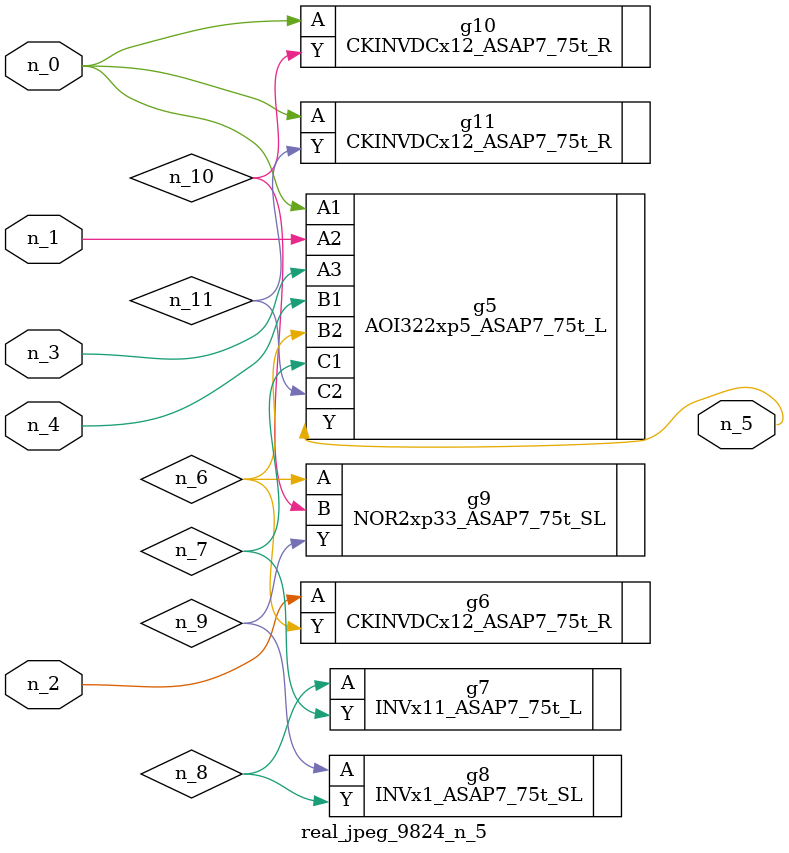
<source format=v>
module real_jpeg_9824_n_5 (n_4, n_0, n_1, n_2, n_3, n_5);

input n_4;
input n_0;
input n_1;
input n_2;
input n_3;

output n_5;

wire n_8;
wire n_11;
wire n_6;
wire n_7;
wire n_10;
wire n_9;

AOI322xp5_ASAP7_75t_L g5 ( 
.A1(n_0),
.A2(n_1),
.A3(n_3),
.B1(n_4),
.B2(n_6),
.C1(n_7),
.C2(n_11),
.Y(n_5)
);

CKINVDCx12_ASAP7_75t_R g10 ( 
.A(n_0),
.Y(n_10)
);

CKINVDCx12_ASAP7_75t_R g11 ( 
.A(n_0),
.Y(n_11)
);

CKINVDCx12_ASAP7_75t_R g6 ( 
.A(n_2),
.Y(n_6)
);

NOR2xp33_ASAP7_75t_SL g9 ( 
.A(n_6),
.B(n_10),
.Y(n_9)
);

INVx11_ASAP7_75t_L g7 ( 
.A(n_8),
.Y(n_7)
);

INVx1_ASAP7_75t_SL g8 ( 
.A(n_9),
.Y(n_8)
);


endmodule
</source>
